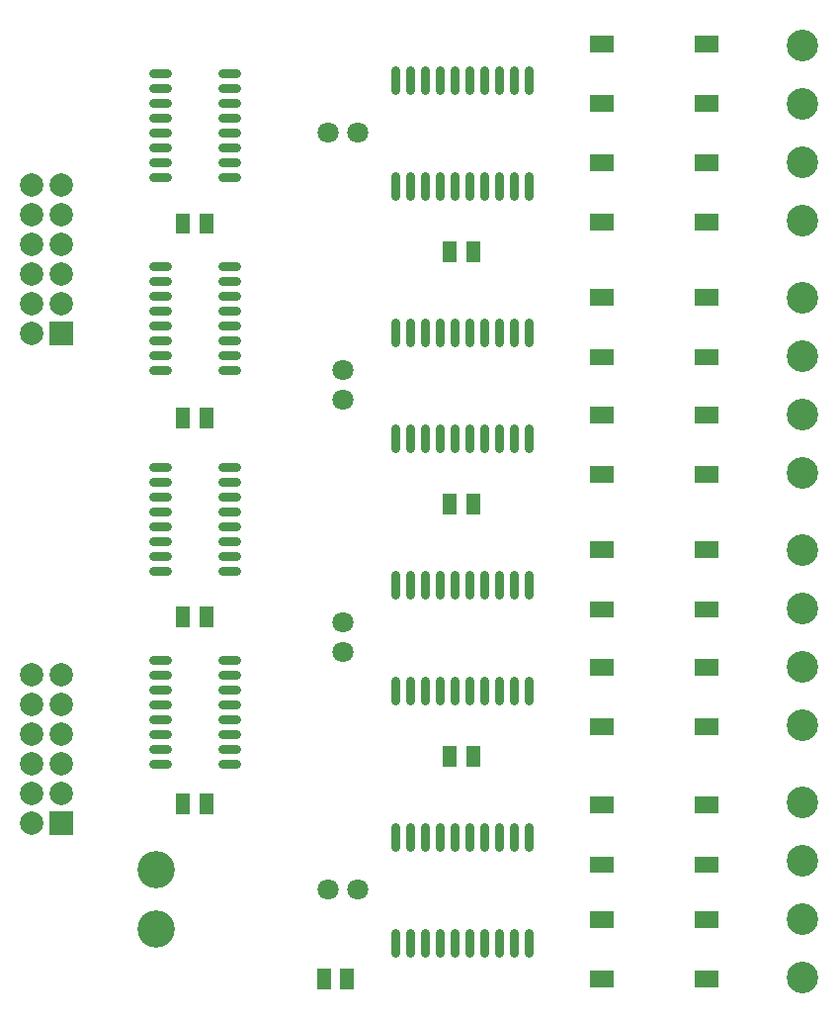
<source format=gts>
G04 Layer: TopSolderMaskLayer*
G04 EasyEDA v6.4.7, 2020-11-03T11:19:35+01:00*
G04 ee31f35cb8c4481c9aeb6db220abaf82,9bd7e35f881f4a88a1d5770e7942d247,10*
G04 Gerber Generator version 0.2*
G04 Scale: 100 percent, Rotated: No, Reflected: No *
G04 Dimensions in millimeters *
G04 leading zeros omitted , absolute positions ,3 integer and 3 decimal *
%FSLAX33Y33*%
%MOMM*%
G90*
D02*

%ADD31C,0.803199*%
%ADD32C,1.803197*%
%ADD34C,2.703195*%
%ADD35C,2.003196*%
%ADD38C,3.203194*%

%LPD*%
G54D31*
G01X36363Y84987D02*
G01X35163Y84987D01*
G01X36363Y83717D02*
G01X35163Y83717D01*
G01X36363Y82447D02*
G01X35163Y82447D01*
G01X36363Y81177D02*
G01X35163Y81177D01*
G01X36363Y79907D02*
G01X35163Y79907D01*
G01X36363Y78637D02*
G01X35163Y78637D01*
G01X36363Y77367D02*
G01X35163Y77367D01*
G01X36363Y76097D02*
G01X35163Y76097D01*
G01X42306Y84987D02*
G01X41106Y84987D01*
G01X42306Y83717D02*
G01X41106Y83717D01*
G01X42306Y82447D02*
G01X41106Y82447D01*
G01X42306Y81177D02*
G01X41106Y81177D01*
G01X42306Y79907D02*
G01X41106Y79907D01*
G01X42306Y78637D02*
G01X41106Y78637D01*
G01X42306Y77367D02*
G01X41106Y77367D01*
G01X42306Y76097D02*
G01X41106Y76097D01*
G01X36363Y68477D02*
G01X35163Y68477D01*
G01X36363Y67207D02*
G01X35163Y67207D01*
G01X36363Y65937D02*
G01X35163Y65937D01*
G01X36363Y64667D02*
G01X35163Y64667D01*
G01X36363Y63397D02*
G01X35163Y63397D01*
G01X36363Y62127D02*
G01X35163Y62127D01*
G01X36363Y60857D02*
G01X35163Y60857D01*
G01X36363Y59587D02*
G01X35163Y59587D01*
G01X42306Y68477D02*
G01X41106Y68477D01*
G01X42306Y67207D02*
G01X41106Y67207D01*
G01X42306Y65937D02*
G01X41106Y65937D01*
G01X42306Y64667D02*
G01X41106Y64667D01*
G01X42306Y63397D02*
G01X41106Y63397D01*
G01X42306Y62127D02*
G01X41106Y62127D01*
G01X42306Y60857D02*
G01X41106Y60857D01*
G01X42306Y59587D02*
G01X41106Y59587D01*
G01X36363Y51332D02*
G01X35163Y51332D01*
G01X36363Y50062D02*
G01X35163Y50062D01*
G01X36363Y48792D02*
G01X35163Y48792D01*
G01X36363Y47522D02*
G01X35163Y47522D01*
G01X36363Y46252D02*
G01X35163Y46252D01*
G01X36363Y44982D02*
G01X35163Y44982D01*
G01X36363Y43712D02*
G01X35163Y43712D01*
G01X36363Y42442D02*
G01X35163Y42442D01*
G01X42306Y51332D02*
G01X41106Y51332D01*
G01X42306Y50062D02*
G01X41106Y50062D01*
G01X42306Y48792D02*
G01X41106Y48792D01*
G01X42306Y47522D02*
G01X41106Y47522D01*
G01X42306Y46252D02*
G01X41106Y46252D01*
G01X42306Y44982D02*
G01X41106Y44982D01*
G01X42306Y43712D02*
G01X41106Y43712D01*
G01X42306Y42442D02*
G01X41106Y42442D01*
G01X36363Y34822D02*
G01X35163Y34822D01*
G01X36363Y33552D02*
G01X35163Y33552D01*
G01X36363Y32282D02*
G01X35163Y32282D01*
G01X36363Y31012D02*
G01X35163Y31012D01*
G01X36363Y29742D02*
G01X35163Y29742D01*
G01X36363Y28472D02*
G01X35163Y28472D01*
G01X36363Y27202D02*
G01X35163Y27202D01*
G01X36363Y25932D02*
G01X35163Y25932D01*
G01X42306Y34822D02*
G01X41106Y34822D01*
G01X42306Y33552D02*
G01X41106Y33552D01*
G01X42306Y32282D02*
G01X41106Y32282D01*
G01X42306Y31012D02*
G01X41106Y31012D01*
G01X42306Y29742D02*
G01X41106Y29742D01*
G01X42306Y28472D02*
G01X41106Y28472D01*
G01X42306Y27202D02*
G01X41106Y27202D01*
G01X42306Y25932D02*
G01X41106Y25932D01*
G01X67310Y42127D02*
G01X67310Y40427D01*
G01X66040Y42127D02*
G01X66040Y40427D01*
G01X64770Y42127D02*
G01X64770Y40427D01*
G01X63500Y42127D02*
G01X63500Y40427D01*
G01X62230Y42127D02*
G01X62230Y40427D01*
G01X60960Y42127D02*
G01X60960Y40427D01*
G01X59690Y42127D02*
G01X59690Y40427D01*
G01X58420Y42127D02*
G01X58420Y40427D01*
G01X57150Y42127D02*
G01X57150Y40427D01*
G01X55880Y42127D02*
G01X55880Y40427D01*
G01X67310Y33027D02*
G01X67310Y31327D01*
G01X66040Y33027D02*
G01X66040Y31327D01*
G01X64770Y33027D02*
G01X64770Y31327D01*
G01X63500Y33027D02*
G01X63500Y31327D01*
G01X62230Y33027D02*
G01X62230Y31327D01*
G01X60960Y33027D02*
G01X60960Y31327D01*
G01X59690Y33027D02*
G01X59690Y31327D01*
G01X58420Y33027D02*
G01X58420Y31327D01*
G01X57150Y33027D02*
G01X57150Y31327D01*
G01X55880Y33027D02*
G01X55880Y31327D01*
G01X67310Y20537D02*
G01X67310Y18837D01*
G01X66040Y20537D02*
G01X66040Y18837D01*
G01X64770Y20537D02*
G01X64770Y18837D01*
G01X63500Y20537D02*
G01X63500Y18837D01*
G01X62230Y20537D02*
G01X62230Y18837D01*
G01X60960Y20537D02*
G01X60960Y18837D01*
G01X59690Y20537D02*
G01X59690Y18837D01*
G01X58420Y20537D02*
G01X58420Y18837D01*
G01X57150Y20537D02*
G01X57150Y18837D01*
G01X55880Y20537D02*
G01X55880Y18837D01*
G01X67310Y11437D02*
G01X67310Y9737D01*
G01X66040Y11437D02*
G01X66040Y9737D01*
G01X64770Y11437D02*
G01X64770Y9737D01*
G01X63500Y11437D02*
G01X63500Y9737D01*
G01X62230Y11437D02*
G01X62230Y9737D01*
G01X60960Y11437D02*
G01X60960Y9737D01*
G01X59690Y11437D02*
G01X59690Y9737D01*
G01X58420Y11437D02*
G01X58420Y9737D01*
G01X57150Y11437D02*
G01X57150Y9737D01*
G01X55880Y11437D02*
G01X55880Y9737D01*
G01X67310Y63717D02*
G01X67310Y62017D01*
G01X66040Y63717D02*
G01X66040Y62017D01*
G01X64770Y63717D02*
G01X64770Y62017D01*
G01X63500Y63717D02*
G01X63500Y62017D01*
G01X62230Y63717D02*
G01X62230Y62017D01*
G01X60960Y63717D02*
G01X60960Y62017D01*
G01X59690Y63717D02*
G01X59690Y62017D01*
G01X58420Y63717D02*
G01X58420Y62017D01*
G01X57150Y63717D02*
G01X57150Y62017D01*
G01X55880Y63717D02*
G01X55880Y62017D01*
G01X67310Y54617D02*
G01X67310Y52917D01*
G01X66040Y54617D02*
G01X66040Y52917D01*
G01X64770Y54617D02*
G01X64770Y52917D01*
G01X63500Y54617D02*
G01X63500Y52917D01*
G01X62230Y54617D02*
G01X62230Y52917D01*
G01X60960Y54617D02*
G01X60960Y52917D01*
G01X59690Y54617D02*
G01X59690Y52917D01*
G01X58420Y54617D02*
G01X58420Y52917D01*
G01X57150Y54617D02*
G01X57150Y52917D01*
G01X55880Y54617D02*
G01X55880Y52917D01*
G01X67310Y85307D02*
G01X67310Y83607D01*
G01X66040Y85307D02*
G01X66040Y83607D01*
G01X64770Y85307D02*
G01X64770Y83607D01*
G01X63500Y85307D02*
G01X63500Y83607D01*
G01X62230Y85307D02*
G01X62230Y83607D01*
G01X60960Y85307D02*
G01X60960Y83607D01*
G01X59690Y85307D02*
G01X59690Y83607D01*
G01X58420Y85307D02*
G01X58420Y83607D01*
G01X57150Y85307D02*
G01X57150Y83607D01*
G01X55880Y85307D02*
G01X55880Y83607D01*
G01X67310Y76207D02*
G01X67310Y74507D01*
G01X66040Y76207D02*
G01X66040Y74507D01*
G01X64770Y76207D02*
G01X64770Y74507D01*
G01X63500Y76207D02*
G01X63500Y74507D01*
G01X62230Y76207D02*
G01X62230Y74507D01*
G01X60960Y76207D02*
G01X60960Y74507D01*
G01X59690Y76207D02*
G01X59690Y74507D01*
G01X58420Y76207D02*
G01X58420Y74507D01*
G01X57150Y76207D02*
G01X57150Y74507D01*
G01X55880Y76207D02*
G01X55880Y74507D01*
G54D32*
G01X51435Y59587D03*
G01X51435Y57047D03*
G01X52705Y79907D03*
G01X50165Y79907D03*
G01X52705Y15137D03*
G01X50165Y15137D03*
G01X51435Y37997D03*
G01X51435Y35457D03*
G36*
G01X37132Y71263D02*
G01X37132Y73016D01*
G01X38336Y73016D01*
G01X38336Y71263D01*
G01X37132Y71263D01*
G37*
G36*
G01X39133Y71263D02*
G01X39133Y73016D01*
G01X40337Y73016D01*
G01X40337Y71263D01*
G01X39133Y71263D01*
G37*
G36*
G01X59992Y47281D02*
G01X59992Y49033D01*
G01X61196Y49033D01*
G01X61196Y47281D01*
G01X59992Y47281D01*
G37*
G36*
G01X61993Y47281D02*
G01X61993Y49033D01*
G01X63197Y49033D01*
G01X63197Y47281D01*
G01X61993Y47281D01*
G37*
G36*
G01X59992Y25691D02*
G01X59992Y27443D01*
G01X61196Y27443D01*
G01X61196Y25691D01*
G01X59992Y25691D01*
G37*
G36*
G01X61993Y25691D02*
G01X61993Y27443D01*
G01X63197Y27443D01*
G01X63197Y25691D01*
G01X61993Y25691D01*
G37*
G36*
G01X49197Y6641D02*
G01X49197Y8393D01*
G01X50401Y8393D01*
G01X50401Y6641D01*
G01X49197Y6641D01*
G37*
G36*
G01X51198Y6641D02*
G01X51198Y8393D01*
G01X52402Y8393D01*
G01X52402Y6641D01*
G01X51198Y6641D01*
G37*
G36*
G01X39133Y21606D02*
G01X39133Y23359D01*
G01X40337Y23359D01*
G01X40337Y21606D01*
G01X39133Y21606D01*
G37*
G36*
G01X37132Y21606D02*
G01X37132Y23359D01*
G01X38336Y23359D01*
G01X38336Y21606D01*
G01X37132Y21606D01*
G37*
G36*
G01X39133Y54626D02*
G01X39133Y56379D01*
G01X40337Y56379D01*
G01X40337Y54626D01*
G01X39133Y54626D01*
G37*
G36*
G01X37132Y54626D02*
G01X37132Y56379D01*
G01X38336Y56379D01*
G01X38336Y54626D01*
G01X37132Y54626D01*
G37*
G36*
G01X39133Y37608D02*
G01X39133Y39361D01*
G01X40337Y39361D01*
G01X40337Y37608D01*
G01X39133Y37608D01*
G37*
G36*
G01X37132Y37608D02*
G01X37132Y39361D01*
G01X38336Y39361D01*
G01X38336Y37608D01*
G01X37132Y37608D01*
G37*
G36*
G01X59992Y68871D02*
G01X59992Y70623D01*
G01X61196Y70623D01*
G01X61196Y68871D01*
G01X59992Y68871D01*
G37*
G36*
G01X61993Y68871D02*
G01X61993Y70623D01*
G01X63197Y70623D01*
G01X63197Y68871D01*
G01X61993Y68871D01*
G37*
G54D34*
G01X90805Y87407D03*
G01X90805Y82407D03*
G01X90805Y77407D03*
G01X90805Y72407D03*
G01X90805Y22637D03*
G01X90805Y17637D03*
G01X90805Y12637D03*
G01X90805Y7637D03*
G01X90805Y44227D03*
G01X90805Y39227D03*
G01X90805Y34227D03*
G01X90805Y29227D03*
G01X90805Y65817D03*
G01X90805Y60817D03*
G01X90805Y55817D03*
G01X90805Y50817D03*
G54D35*
G01X24765Y33551D03*
G01X27305Y33553D03*
G01X24764Y31011D03*
G01X27305Y31013D03*
G01X24764Y28471D03*
G01X27304Y28471D03*
G01X24764Y25931D03*
G01X27305Y25933D03*
G01X24764Y23391D03*
G01X27305Y23393D03*
G01X24764Y20851D03*
G36*
G01X26301Y19851D02*
G01X26301Y21853D01*
G01X28305Y21853D01*
G01X28305Y19851D01*
G01X26301Y19851D01*
G37*
G01X24765Y75461D03*
G01X27305Y75463D03*
G01X24764Y72921D03*
G01X27305Y72923D03*
G01X24764Y70381D03*
G01X27304Y70381D03*
G01X24764Y67841D03*
G01X27305Y67843D03*
G01X24764Y65301D03*
G01X27305Y65303D03*
G01X24764Y62761D03*
G36*
G01X26301Y61761D02*
G01X26301Y63763D01*
G01X28305Y63763D01*
G01X28305Y61761D01*
G01X26301Y61761D01*
G37*
G36*
G01X81602Y16585D02*
G01X81602Y17987D01*
G01X83606Y17987D01*
G01X83606Y16585D01*
G01X81602Y16585D01*
G37*
G36*
G01X81602Y21685D02*
G01X81602Y23087D01*
G01X83606Y23087D01*
G01X83606Y21685D01*
G01X81602Y21685D01*
G37*
G36*
G01X72603Y21685D02*
G01X72603Y23087D01*
G01X74607Y23087D01*
G01X74607Y21685D01*
G01X72603Y21685D01*
G37*
G36*
G01X72603Y16585D02*
G01X72603Y17987D01*
G01X74607Y17987D01*
G01X74607Y16585D01*
G01X72603Y16585D01*
G37*
G36*
G01X81602Y38429D02*
G01X81602Y39831D01*
G01X83606Y39831D01*
G01X83606Y38429D01*
G01X81602Y38429D01*
G37*
G36*
G01X81602Y43529D02*
G01X81602Y44931D01*
G01X83606Y44931D01*
G01X83606Y43529D01*
G01X81602Y43529D01*
G37*
G36*
G01X72603Y43529D02*
G01X72603Y44931D01*
G01X74607Y44931D01*
G01X74607Y43529D01*
G01X72603Y43529D01*
G37*
G36*
G01X72603Y38429D02*
G01X72603Y39831D01*
G01X74607Y39831D01*
G01X74607Y38429D01*
G01X72603Y38429D01*
G37*
G36*
G01X81602Y71576D02*
G01X81602Y72978D01*
G01X83606Y72978D01*
G01X83606Y71576D01*
G01X81602Y71576D01*
G37*
G36*
G01X81602Y76676D02*
G01X81602Y78078D01*
G01X83606Y78078D01*
G01X83606Y76676D01*
G01X81602Y76676D01*
G37*
G36*
G01X72603Y76676D02*
G01X72603Y78078D01*
G01X74607Y78078D01*
G01X74607Y76676D01*
G01X72603Y76676D01*
G37*
G36*
G01X72603Y71576D02*
G01X72603Y72978D01*
G01X74607Y72978D01*
G01X74607Y71576D01*
G01X72603Y71576D01*
G37*
G36*
G01X81602Y6806D02*
G01X81602Y8208D01*
G01X83606Y8208D01*
G01X83606Y6806D01*
G01X81602Y6806D01*
G37*
G36*
G01X81602Y11906D02*
G01X81602Y13308D01*
G01X83606Y13308D01*
G01X83606Y11906D01*
G01X81602Y11906D01*
G37*
G36*
G01X72603Y11906D02*
G01X72603Y13308D01*
G01X74607Y13308D01*
G01X74607Y11906D01*
G01X72603Y11906D01*
G37*
G36*
G01X72603Y6806D02*
G01X72603Y8208D01*
G01X74607Y8208D01*
G01X74607Y6806D01*
G01X72603Y6806D01*
G37*
G36*
G01X81602Y60019D02*
G01X81602Y61421D01*
G01X83606Y61421D01*
G01X83606Y60019D01*
G01X81602Y60019D01*
G37*
G36*
G01X81602Y65119D02*
G01X81602Y66521D01*
G01X83606Y66521D01*
G01X83606Y65119D01*
G01X81602Y65119D01*
G37*
G36*
G01X72603Y65119D02*
G01X72603Y66521D01*
G01X74607Y66521D01*
G01X74607Y65119D01*
G01X72603Y65119D01*
G37*
G36*
G01X72603Y60019D02*
G01X72603Y61421D01*
G01X74607Y61421D01*
G01X74607Y60019D01*
G01X72603Y60019D01*
G37*
G36*
G01X81602Y28396D02*
G01X81602Y29798D01*
G01X83606Y29798D01*
G01X83606Y28396D01*
G01X81602Y28396D01*
G37*
G36*
G01X81602Y33496D02*
G01X81602Y34898D01*
G01X83606Y34898D01*
G01X83606Y33496D01*
G01X81602Y33496D01*
G37*
G36*
G01X72603Y33496D02*
G01X72603Y34898D01*
G01X74607Y34898D01*
G01X74607Y33496D01*
G01X72603Y33496D01*
G37*
G36*
G01X72603Y28396D02*
G01X72603Y29798D01*
G01X74607Y29798D01*
G01X74607Y28396D01*
G01X72603Y28396D01*
G37*
G36*
G01X81602Y49986D02*
G01X81602Y51388D01*
G01X83606Y51388D01*
G01X83606Y49986D01*
G01X81602Y49986D01*
G37*
G36*
G01X81602Y55086D02*
G01X81602Y56488D01*
G01X83606Y56488D01*
G01X83606Y55086D01*
G01X81602Y55086D01*
G37*
G36*
G01X72603Y55086D02*
G01X72603Y56488D01*
G01X74607Y56488D01*
G01X74607Y55086D01*
G01X72603Y55086D01*
G37*
G36*
G01X72603Y49986D02*
G01X72603Y51388D01*
G01X74607Y51388D01*
G01X74607Y49986D01*
G01X72603Y49986D01*
G37*
G36*
G01X81602Y81736D02*
G01X81602Y83138D01*
G01X83606Y83138D01*
G01X83606Y81736D01*
G01X81602Y81736D01*
G37*
G36*
G01X81602Y86836D02*
G01X81602Y88238D01*
G01X83606Y88238D01*
G01X83606Y86836D01*
G01X81602Y86836D01*
G37*
G36*
G01X72603Y86836D02*
G01X72603Y88238D01*
G01X74607Y88238D01*
G01X74607Y86836D01*
G01X72603Y86836D01*
G37*
G36*
G01X72603Y81736D02*
G01X72603Y83138D01*
G01X74607Y83138D01*
G01X74607Y81736D01*
G01X72603Y81736D01*
G37*
G54D38*
G01X35433Y16895D03*
G01X35433Y11815D03*
M00*
M02*

</source>
